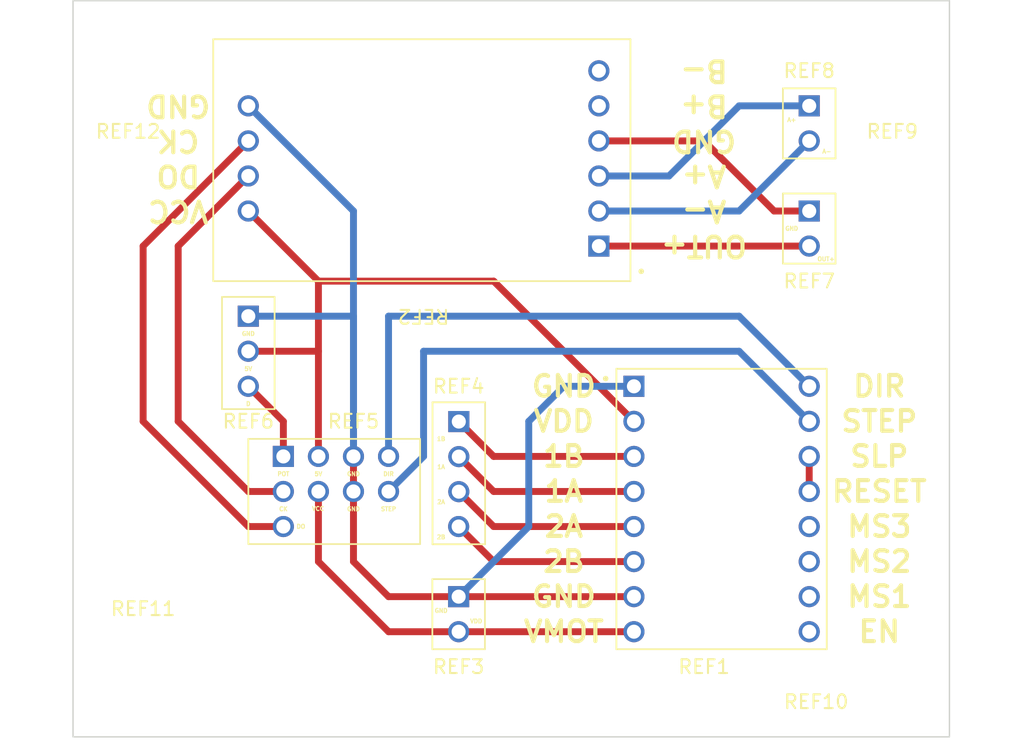
<source format=kicad_pcb>
(kicad_pcb (version 20211014) (generator pcbnew)
  (layers (0 "F.Cu" signal) (31 "B.Cu" signal) (34 "B.Paste" user) (35 "F.Paste" user) (36 "B.SilkS" user "B.Silkscreen") (37 "F.SilkS" user "F.Silkscreen") (38 "B.Mask" user) (39 "F.Mask" user) (44 "Edge.Cuts" user))
  (net 0 "")
  (footprint "A4988_STEPPER_MOTOR_DRIVER_CARRIER:MODULE_A4988_STEPPER_MOTOR_DRIVER_CARRIER" (layer "F.Cu") (at 140.97 102.87)
    (fp_text reference "REF1" (at -1.27 11.43) (layer "F.SilkS"))
    (fp_text value "Driver")
    (fp_line (start 7.62 10.16) (end -7.62 10.16) (layer "F.SilkS") (width 0.127))
    (fp_line (start 7.62 -10.16) (end 7.62 10.16) (layer "F.SilkS") (width 0.127))
    (fp_line (start -7.62 -10.16) (end 7.62 -10.16) (layer "F.SilkS") (width 0.127))
    (fp_line (start -7.62 10.16) (end -7.62 -10.16) (layer "F.SilkS") (width 0.127))
    (fp_circle (center -8.4 -9.45) (end -8.3 -9.45) (layer "F.SilkS") (width 0.2) (fill none))
    (pad "1" thru_hole rect (at -6.35 -8.89) (size 1.53 1.53) (drill 1.02) (layers *.Cu *.Mask))
    (pad "2" thru_hole circle (at -6.35 -6.35) (size 1.53 1.53) (drill 1.02) (layers *.Cu *.Mask))
    (pad "3" thru_hole circle (at -6.35 -3.81) (size 1.53 1.53) (drill 1.02) (layers *.Cu *.Mask))
    (pad "4" thru_hole circle (at -6.35 -1.27) (size 1.53 1.53) (drill 1.02) (layers *.Cu *.Mask))
    (pad "5" thru_hole circle (at -6.35 1.27) (size 1.53 1.53) (drill 1.02) (layers *.Cu *.Mask))
    (pad "6" thru_hole circle (at -6.35 3.81) (size 1.53 1.53) (drill 1.02) (layers *.Cu *.Mask))
    (pad "7" thru_hole circle (at -6.35 6.35) (size 1.53 1.53) (drill 1.02) (layers *.Cu *.Mask))
    (pad "8" thru_hole circle (at -6.35 8.89) (size 1.53 1.53) (drill 1.02) (layers *.Cu *.Mask))
    (pad "9" thru_hole circle (at 6.35 8.89) (size 1.53 1.53) (drill 1.02) (layers *.Cu *.Mask))
    (pad "10" thru_hole circle (at 6.35 6.35) (size 1.53 1.53) (drill 1.02) (layers *.Cu *.Mask))
    (pad "11" thru_hole circle (at 6.35 3.81) (size 1.53 1.53) (drill 1.02) (layers *.Cu *.Mask))
    (pad "12" thru_hole circle (at 6.35 1.27) (size 1.53 1.53) (drill 1.02) (layers *.Cu *.Mask))
    (pad "13" thru_hole circle (at 6.35 -1.27) (size 1.53 1.53) (drill 1.02) (layers *.Cu *.Mask))
    (pad "14" thru_hole circle (at 6.35 -3.81) (size 1.53 1.53) (drill 1.02) (layers *.Cu *.Mask))
    (pad "15" thru_hole circle (at 6.35 -6.35) (size 1.53 1.53) (drill 1.02) (layers *.Cu *.Mask))
    (pad "16" thru_hole circle (at 6.35 -8.89) (size 1.53 1.53) (drill 1.02) (layers *.Cu *.Mask))
  )
  (footprint "MountingHole:MountingHole_3.2mm_M3" (layer "F.Cu") (at 153.416 70.1548)
    (fp_text reference "REF9" (at -0.0762 5.3594) (layer "F.SilkS"))
    (fp_text value "MountingHole_3.2mm_M3")
    (pad "" np_thru_hole circle (at 0 0) (size 3.2 3.2) (drill 3.2) (layers *.Cu *.Mask))
  )
  (footprint "MountingHole:MountingHole_3.2mm_M3" (layer "F.Cu") (at 153.162 114.808)
    (fp_text reference "REF10" (at -5.334 2.032) (layer "F.SilkS"))
    (fp_text value "MountingHole_3.2mm_M3")
    (pad "" np_thru_hole circle (at 0 0) (size 3.2 3.2) (drill 3.2) (layers *.Cu *.Mask))
  )
  (footprint "A4988_STEPPER_MOTOR_DRIVER_CARRIER:Power_Pads" (layer "F.Cu") (at 147.32 76.2)
    (fp_text reference "REF8" (at 0 -5.08 unlocked) (layer "F.SilkS"))
    (fp_text value "Stress")
    (fp_line (start 1.905 1.27) (end -1.905 1.27) (layer "F.SilkS") (width 0.127))
    (fp_line (start -1.905 -3.81) (end 1.905 -3.81) (layer "F.SilkS") (width 0.127))
    (fp_line (start 1.905 -3.81) (end 1.905 1.27) (layer "F.SilkS") (width 0.127))
    (fp_line (start -1.905 1.27) (end -1.905 -3.81) (layer "F.SilkS") (width 0.127))
    (pad "1" thru_hole rect (at 0 -2.54) (size 1.53 1.53) (drill 1.02) (layers *.Cu *.Mask))
    (pad "2" thru_hole circle (at 0 0) (size 1.53 1.53) (drill 1.02) (layers *.Cu *.Mask))
  )
  (footprint "A4988_STEPPER_MOTOR_DRIVER_CARRIER:Power_Pads" (layer "F.Cu") (at 121.92 111.76)
    (fp_text reference "REF3" (at 0 2.54 unlocked) (layer "F.SilkS"))
    (fp_text value "Power")
    (fp_line (start 1.905 -3.81) (end 1.905 1.27) (layer "F.SilkS") (width 0.127))
    (fp_line (start 1.905 1.27) (end -1.905 1.27) (layer "F.SilkS") (width 0.127))
    (fp_line (start -1.905 1.27) (end -1.905 -3.81) (layer "F.SilkS") (width 0.127))
    (fp_line (start -1.905 -3.81) (end 1.905 -3.81) (layer "F.SilkS") (width 0.127))
    (pad "1" thru_hole rect (at 0 -2.54) (size 1.53 1.53) (drill 1.02) (layers *.Cu *.Mask))
    (pad "2" thru_hole circle (at 0 0) (size 1.53 1.53) (drill 1.02) (layers *.Cu *.Mask))
  )
  (footprint "MountingHole:MountingHole_3.2mm_M3" (layer "F.Cu") (at 99.06 114.3)
    (fp_text reference "REF11" (at 0 -4.2) (layer "F.SilkS"))
    (fp_text value "MountingHole_3.2mm_M3")
    (pad "" np_thru_hole circle (at 0 0) (size 3.2 3.2) (drill 3.2) (layers *.Cu *.Mask))
  )
  (footprint "A4988_STEPPER_MOTOR_DRIVER_CARRIER:4_Power_Pads" (layer "F.Cu") (at 114.311725 91.453794)
    (fp_text reference "REF4" (at 7.608275 2.526206 unlocked) (layer "F.SilkS"))
    (fp_text value "Motor")
    (fp_line (start 9.525 3.683) (end 9.525 13.97) (layer "F.SilkS") (width 0.127))
    (fp_line (start 5.715 13.97) (end 5.715 3.683) (layer "F.SilkS") (width 0.127))
    (fp_line (start 9.525 13.97) (end 5.715 13.97) (layer "F.SilkS") (width 0.127))
    (fp_line (start 5.715 3.683) (end 9.525 3.683) (layer "F.SilkS") (width 0.127))
    (pad "1" thru_hole rect (at 7.62 5.08) (size 1.53 1.53) (drill 1.02) (layers *.Cu *.Mask))
    (pad "2" thru_hole circle (at 7.62 7.62) (size 1.53 1.53) (drill 1.02) (layers *.Cu *.Mask))
    (pad "3" thru_hole circle (at 7.62 10.16) (size 1.53 1.53) (drill 1.02) (layers *.Cu *.Mask))
    (pad "4" thru_hole circle (at 7.608275 12.686206) (size 1.53 1.53) (drill 1.02) (layers *.Cu *.Mask))
  )
  (footprint "A4988_STEPPER_MOTOR_DRIVER_CARRIER:HX711" (layer "F.Cu") (at 137.16 78.74 180)
    (fp_text reference "REF2" (at 17.78 -10.16 180 unlocked) (layer "F.SilkS"))
    (fp_text value "HX711")
    (fp_line (start 2.794 9.906) (end 2.79 -7.62) (layer "F.SilkS") (width 0.127))
    (fp_line (start 33.02 9.906) (end 2.794 9.906) (layer "F.SilkS") (width 0.127))
    (fp_line (start 2.79 -7.62) (end 33.02 -7.62) (layer "F.SilkS") (width 0.127))
    (fp_line (start 33.02 -7.62) (end 33.02 9.906) (layer "F.SilkS") (width 0.127))
    (fp_circle (center 2.01 -6.91) (end 2.11 -6.91) (layer "F.SilkS") (width 0.2) (fill none))
    (pad "1" thru_hole rect (at 5.08 -5.08 180) (size 1.53 1.53) (drill 1.02) (layers *.Cu *.Mask))
    (pad "2" thru_hole circle (at 5.08 -2.54 180) (size 1.53 1.53) (drill 1.02) (layers *.Cu *.Mask))
    (pad "3" thru_hole circle (at 5.08 0 180) (size 1.53 1.53) (drill 1.02) (layers *.Cu *.Mask))
    (pad "4" thru_hole circle (at 5.08 2.54 180) (size 1.53 1.53) (drill 1.02) (layers *.Cu *.Mask))
    (pad "5" thru_hole circle (at 5.08 5.08 180) (size 1.53 1.53) (drill 1.02) (layers *.Cu *.Mask))
    (pad "6" thru_hole circle (at 5.08 7.62 180) (size 1.53 1.53) (drill 1.02) (layers *.Cu *.Mask))
    (pad "7" thru_hole circle (at 30.48 5.08 180) (size 1.53 1.53) (drill 1.02) (layers *.Cu *.Mask))
    (pad "8" thru_hole circle (at 30.48 2.54 180) (size 1.53 1.53) (drill 1.02) (layers *.Cu *.Mask))
    (pad "9" thru_hole circle (at 30.48 0 180) (size 1.53 1.53) (drill 1.02) (layers *.Cu *.Mask))
    (pad "10" thru_hole circle (at 30.48 -2.54 180) (size 1.53 1.53) (drill 1.02) (layers *.Cu *.Mask))
  )
  (footprint "MountingHole:MountingHole_3.2mm_M3" (layer "F.Cu") (at 98.171 70.104)
    (fp_text reference "REF12" (at -0.2032 5.4102) (layer "F.SilkS"))
    (fp_text value "MountingHole_3.2mm_M3")
    (pad "" np_thru_hole circle (at 0 0) (size 3.2 3.2) (drill 3.2) (layers *.Cu *.Mask))
  )
  (footprint "A4988_STEPPER_MOTOR_DRIVER_CARRIER:3_Pin" (layer "F.Cu") (at 106.68 88.9)
    (fp_text reference "REF6" (at 0 7.62 unlocked) (layer "F.SilkS"))
    (fp_text value "3_Pin")
    (fp_line (start 1.905 -1.397) (end 1.905 6.731) (layer "F.SilkS") (width 0.127))
    (fp_line (start 1.905 6.731) (end -1.905 6.731) (layer "F.SilkS") (width 0.127))
    (fp_line (start -1.905 -1.397) (end 1.905 -1.397) (layer "F.SilkS") (width 0.127))
    (fp_line (start -1.905 6.731) (end -1.905 -1.397) (layer "F.SilkS") (width 0.127))
    (pad "1" thru_hole rect (at 0 0) (size 1.53 1.53) (drill 1.02) (layers *.Cu *.Mask))
    (pad "2" thru_hole circle (at 0 2.54) (size 1.53 1.53) (drill 1.02) (layers *.Cu *.Mask))
    (pad "3" thru_hole circle (at 0 5.08) (size 1.53 1.53) (drill 1.02) (layers *.Cu *.Mask))
  )
  (footprint "A4988_STEPPER_MOTOR_DRIVER_CARRIER:Arduino_Portds" (layer "F.Cu") (at 111.76 99.06)
    (fp_text reference "REF5" (at 2.54 -2.54 unlocked) (layer "F.SilkS"))
    (fp_text value "Arduino_Ports")
    (fp_line (start 7.366 6.35) (end -5.076 6.35) (layer "F.SilkS") (width 0.127))
    (fp_line (start -5.076 6.35) (end -5.08 -1.27) (layer "F.SilkS") (width 0.127))
    (fp_line (start 7.366 -1.27) (end 7.366 6.35) (layer "F.SilkS") (width 0.127))
    (fp_line (start -5.08 -1.27) (end 7.366 -1.27) (layer "F.SilkS") (width 0.127))
    (pad "1" thru_hole rect (at -2.54 0) (size 1.53 1.53) (drill 1.02) (layers *.Cu *.Mask))
    (pad "2" thru_hole circle (at 0 0) (size 1.53 1.53) (drill 1.02) (layers *.Cu *.Mask))
    (pad "3" thru_hole circle (at 2.54 0) (size 1.53 1.53) (drill 1.02) (layers *.Cu *.Mask))
    (pad "4" thru_hole circle (at 5.08 0) (size 1.53 1.53) (drill 1.02) (layers *.Cu *.Mask))
    (pad "5" thru_hole circle (at -2.54 2.54) (size 1.53 1.53) (drill 1.02) (layers *.Cu *.Mask))
    (pad "6" thru_hole circle (at 0 2.54) (size 1.53 1.53) (drill 1.02) (layers *.Cu *.Mask))
    (pad "7" thru_hole circle (at 2.54 2.54) (size 1.53 1.53) (drill 1.02) (layers *.Cu *.Mask))
    (pad "8" thru_hole circle (at 5.08 2.54) (size 1.53 1.53) (drill 1.02) (layers *.Cu *.Mask))
    (pad "9" thru_hole circle (at -2.54 5.08) (size 1.53 1.53) (drill 1.02) (layers *.Cu *.Mask))
  )
  (footprint "A4988_STEPPER_MOTOR_DRIVER_CARRIER:Power_Pads" (layer "F.Cu") (at 147.32 83.82)
    (fp_text reference "REF7" (at 0 2.54 unlocked) (layer "F.SilkS"))
    (fp_text value "Stress")
    (fp_line (start 1.905 -3.81) (end 1.905 1.27) (layer "F.SilkS") (width 0.127))
    (fp_line (start -1.905 1.27) (end -1.905 -3.81) (layer "F.SilkS") (width 0.127))
    (fp_line (start 1.905 1.27) (end -1.905 1.27) (layer "F.SilkS") (width 0.127))
    (fp_line (start -1.905 -3.81) (end 1.905 -3.81) (layer "F.SilkS") (width 0.127))
    (pad "1" thru_hole rect (at 0 -2.54) (size 1.53 1.53) (drill 1.02) (layers *.Cu *.Mask))
    (pad "2" thru_hole circle (at 0 0) (size 1.53 1.53) (drill 1.02) (layers *.Cu *.Mask))
  )
  (gr_rect (start 93.98 66.04) (end 157.48 119.38) (layer "Edge.Cuts") (width 0.1) (fill none))
  (gr_text "VDD\n" (at 129.54 96.52) (layer "F.SilkS") (effects (font (size 1.5 1.5) (thickness 0.3))))
  (gr_text "5V" (at 106.68 92.71) (layer "F.SilkS") (effects (font (size 0.3 0.3) (thickness 0.075))))
  (gr_text "STEP\n" (at 116.84 102.87) (layer "F.SilkS") (effects (font (size 0.3 0.3) (thickness 0.075))))
  (gr_text "GND" (at 146.05 82.55) (layer "F.SilkS") (effects (font (size 0.3 0.3) (thickness 0.075))))
  (gr_text "GND" (at 129.54 109.22) (layer "F.SilkS") (effects (font (size 1.5 1.5) (thickness 0.3))))
  (gr_text "MS2" (at 152.4 106.68) (layer "F.SilkS") (effects (font (size 1.5 1.5) (thickness 0.3))))
  (gr_text "EN" (at 152.4 111.76) (layer "F.SilkS") (effects (font (size 1.5 1.5) (thickness 0.3))))
  (gr_text "GND" (at 139.7 76.2 180) (layer "F.SilkS") (effects (font (size 1.5 1.5) (thickness 0.3))))
  (gr_text "VMOT" (at 129.54 111.76) (layer "F.SilkS") (effects (font (size 1.5 1.5) (thickness 0.3))))
  (gr_text "1A" (at 129.54 101.6) (layer "F.SilkS") (effects (font (size 1.5 1.5) (thickness 0.3))))
  (gr_text "GND" (at 120.65 110.236) (layer "F.SilkS") (effects (font (size 0.3 0.3) (thickness 0.075))))
  (gr_text "GND\n" (at 129.54 93.98) (layer "F.SilkS") (effects (font (size 1.5 1.5) (thickness 0.3))))
  (gr_text "SLP" (at 152.4 99.06) (layer "F.SilkS") (effects (font (size 1.5 1.5) (thickness 0.3))))
  (gr_text "POT" (at 109.22 100.33) (layer "F.SilkS") (effects (font (size 0.3 0.3) (thickness 0.075))))
  (gr_text "VCC" (at 111.72964 102.8488) (layer "F.SilkS") (effects (font (size 0.3 0.3) (thickness 0.075))))
  (gr_text "A+\n" (at 139.7 78.74 180) (layer "F.SilkS") (effects (font (size 1.5 1.5) (thickness 0.3))))
  (gr_text "STEP" (at 152.4 96.52) (layer "F.SilkS") (effects (font (size 1.5 1.5) (thickness 0.3))))
  (gr_text "CK" (at 109.22 102.87) (layer "F.SilkS") (effects (font (size 0.3 0.3) (thickness 0.075))))
  (gr_text "2A" (at 129.54 104.14) (layer "F.SilkS") (effects (font (size 1.5 1.5) (thickness 0.3))))
  (gr_text "A+" (at 146.05 74.676) (layer "F.SilkS") (effects (font (size 0.3 0.3) (thickness 0.075))))
  (gr_text "VCC" (at 101.6 81.28 180) (layer "F.SilkS") (effects (font (size 1.5 1.5) (thickness 0.3))))
  (gr_text "1B" (at 129.54 99.06) (layer "F.SilkS") (effects (font (size 1.5 1.5) (thickness 0.3))))
  (gr_text "CK" (at 101.6 76.2 180) (layer "F.SilkS") (effects (font (size 1.5 1.5) (thickness 0.3))))
  (gr_text "DIR\n" (at 152.4 93.98) (layer "F.SilkS") (effects (font (size 1.5 1.5) (thickness 0.3))))
  (gr_text "MS1" (at 152.4 109.22) (layer "F.SilkS") (effects (font (size 1.5 1.5) (thickness 0.3))))
  (gr_text "RESET" (at 152.4 101.6) (layer "F.SilkS") (effects (font (size 1.5 1.5) (thickness 0.3))))
  (gr_text "DIR\n" (at 116.84 100.33) (layer "F.SilkS") (effects (font (size 0.3 0.3) (thickness 0.075))))
  (gr_text "B-" (at 139.7 71.12 180) (layer "F.SilkS") (effects (font (size 1.5 1.5) (thickness 0.3))))
  (gr_text "GND" (at 114.3 100.33) (layer "F.SilkS") (effects (font (size 0.3 0.3) (thickness 0.075))))
  (gr_text "B+" (at 139.7 73.66 180) (layer "F.SilkS") (effects (font (size 1.5 1.5) (thickness 0.3))))
  (gr_text "DO" (at 101.6 78.74 180) (layer "F.SilkS") (effects (font (size 1.5 1.5) (thickness 0.3))))
  (gr_text "A-" (at 139.7 81.28 180) (layer "F.SilkS") (effects (font (size 1.5 1.5) (thickness 0.3))))
  (gr_text "GND" (at 101.6 73.66 180) (layer "F.SilkS") (effects (font (size 1.5 1.5) (thickness 0.3))))
  (gr_text "2A" (at 120.65 102.362) (layer "F.SilkS") (effects (font (size 0.3 0.3) (thickness 0.075))))
  (gr_text "2B" (at 120.65 104.902) (layer "F.SilkS") (effects (font (size 0.3 0.3) (thickness 0.075))))
  (gr_text "GND" (at 114.3 102.87) (layer "F.SilkS") (effects (font (size 0.3 0.3) (thickness 0.075))))
  (gr_text "GND" (at 106.68 90.17) (layer "F.SilkS") (effects (font (size 0.3 0.3) (thickness 0.075))))
  (gr_text "MS3\n" (at 152.4 104.14) (layer "F.SilkS") (effects (font (size 1.5 1.5) (thickness 0.3))))
  (gr_text "VDD" (at 123.19 110.998) (layer "F.SilkS") (effects (font (size 0.3 0.3) (thickness 0.075))))
  (gr_text "5V" (at 111.759359 100.329999) (layer "F.SilkS") (effects (font (size 0.3 0.3) (thickness 0.075))))
  (gr_text "1A" (at 120.65 99.822) (layer "F.SilkS") (effects (font (size 0.3 0.3) (thickness 0.075))))
  (gr_text "DO" (at 110.49 104.14) (layer "F.SilkS") (effects (font (size 0.3 0.3) (thickness 0.075))))
  (gr_text "A-" (at 148.59 76.962) (layer "F.SilkS") (effects (font (size 0.3 0.3) (thickness 0.075))))
  (gr_text "OUT+" (at 148.5392 84.7598) (layer "F.SilkS") (effects (font (size 0.3 0.3) (thickness 0.075))))
  (gr_text "2B" (at 129.54 106.68) (layer "F.SilkS") (effects (font (size 1.5 1.5) (thickness 0.3))))
  (gr_text "1B" (at 120.65 97.79) (layer "F.SilkS") (effects (font (size 0.3 0.3) (thickness 0.075))))
  (gr_text "D" (at 106.68 95.25) (layer "F.SilkS") (effects (font (size 0.3 0.3) (thickness 0.075))))
  (gr_text "OUT+\n" (at 139.7 83.82 180) (layer "F.SilkS") (effects (font (size 1.5 1.5) (thickness 0.3))))
  (segment (start 109.22 96.52) (end 106.68 93.98) (width 0.5) (layer "F.Cu") (net 0))
  (segment (start 99.06 83.82) (end 99.06 96.52) (width 0.5) (layer "F.Cu") (net 0))
  (segment (start 106.68 91.44) (end 111.76 91.44) (width 0.5) (layer "F.Cu") (net 0))
  (segment (start 134.62 109.22) (end 121.92 109.22) (width 0.5) (layer "F.Cu") (net 0))
  (segment (start 124.457931 99.06) (end 121.931725 96.533794) (width 0.5) (layer "F.Cu") (net 0))
  (segment (start 134.62 96.52) (end 124.46 86.36) (width 0.5) (layer "F.Cu") (net 0))
  (segment (start 106.68 78.74) (end 101.6 83.82) (width 0.5) (layer "F.Cu") (net 0))
  (segment (start 106.68 104.14) (end 109.22 104.14) (width 0.5) (layer "F.Cu") (net 0))
  (segment (start 111.76 86.36) (end 111.76 99.06) (width 0.5) (layer "F.Cu") (net 0))
  (segment (start 101.6 96.52) (end 106.68 101.6) (width 0.5) (layer "F.Cu") (net 0))
  (segment (start 134.62 101.6) (end 124.457931 101.6) (width 0.5) (layer "F.Cu") (net 0))
  (segment (start 106.68 76.2) (end 99.06 83.82) (width 0.5) (layer "F.Cu") (net 0))
  (segment (start 114.3 101.6) (end 114.3 106.68) (width 0.5) (layer "F.Cu") (net 0))
  (segment (start 116.84 109.22) (end 121.92 109.22) (width 0.5) (layer "F.Cu") (net 0))
  (segment (start 114.3 99.06) (end 114.3 101.6) (width 0.5) (layer "F.Cu") (net 0))
  (segment (start 109.22 99.06) (end 109.22 96.52) (width 0.5) (layer "F.Cu") (net 0))
  (segment (start 101.6 83.82) (end 101.6 96.52) (width 0.5) (layer "F.Cu") (net 0))
  (segment (start 99.06 96.52) (end 106.68 104.14) (width 0.5) (layer "F.Cu") (net 0))
  (segment (start 144.78 81.28) (end 147.32 81.28) (width 0.5) (layer "F.Cu") (net 0))
  (segment (start 134.62 99.06) (end 124.457931 99.06) (width 0.5) (layer "F.Cu") (net 0))
  (segment (start 124.457931 101.6) (end 121.931725 99.073794) (width 0.5) (layer "F.Cu") (net 0))
  (segment (start 114.3 106.68) (end 116.84 109.22) (width 0.5) (layer "F.Cu") (net 0))
  (segment (start 124.457931 104.14) (end 121.931725 101.613794) (width 0.5) (layer "F.Cu") (net 0))
  (segment (start 124.46 86.36) (end 111.76 86.36) (width 0.5) (layer "F.Cu") (net 0))
  (segment (start 121.92 111.76) (end 134.62 111.76) (width 0.5) (layer "F.Cu") (net 0))
  (segment (start 111.76 106.68) (end 116.84 111.76) (width 0.5) (layer "F.Cu") (net 0))
  (segment (start 139.7 76.2) (end 144.78 81.28) (width 0.5) (layer "F.Cu") (net 0))
  (segment (start 106.68 101.6) (end 109.22 101.6) (width 0.5) (layer "F.Cu") (net 0))
  (segment (start 132.08 83.82) (end 147.32 83.82) (width 0.5) (layer "F.Cu") (net 0))
  (segment (start 116.84 111.76) (end 121.92 111.76) (width 0.5) (layer "F.Cu") (net 0))
  (segment (start 124.46 106.68) (end 121.92 104.14) (width 0.5) (layer "F.Cu") (net 0))
  (segment (start 134.62 106.68) (end 124.46 106.68) (width 0.5) (layer "F.Cu") (net 0))
  (segment (start 147.32 99.06) (end 147.32 101.6) (width 0.5) (layer "F.Cu") (net 0))
  (segment (start 111.76 101.6) (end 111.76 106.68) (width 0.5) (layer "F.Cu") (net 0))
  (segment (start 106.68 81.28) (end 111.76 86.36) (width 0.5) (layer "F.Cu") (net 0))
  (segment (start 134.62 104.14) (end 124.457931 104.14) (width 0.5) (layer "F.Cu") (net 0))
  (segment (start 132.08 76.2) (end 139.7 76.2) (width 0.5) (layer "F.Cu") (net 0))
  (segment (start 116.84 88.9) (end 116.84 99.06) (width 0.5) (layer "B.Cu") (net 0))
  (segment (start 147.32 76.2) (end 142.24 81.28) (width 0.5) (layer "B.Cu") (net 0))
  (segment (start 114.3 88.9) (end 114.3 99.06) (width 0.5) (layer "B.Cu") (net 0))
  (segment (start 134.62 93.98) (end 129.54 93.98) (width 0.5) (layer "B.Cu") (net 0))
  (segment (start 142.24 88.9) (end 116.84 88.9) (width 0.5) (layer "B.Cu") (net 0))
  (segment (start 119.38 99.06) (end 116.84 101.6) (width 0.5) (layer "B.Cu") (net 0))
  (segment (start 142.24 91.44) (end 119.38 91.44) (width 0.5) (layer "B.Cu") (net 0))
  (segment (start 127 104.14) (end 121.92 109.22) (width 0.5) (layer "B.Cu") (net 0))
  (segment (start 147.32 93.98) (end 142.24 88.9) (width 0.5) (layer "B.Cu") (net 0))
  (segment (start 119.38 91.44) (end 119.38 99.06) (width 0.5) (layer "B.Cu") (net 0))
  (segment (start 147.32 96.52) (end 142.24 91.44) (width 0.5) (layer "B.Cu") (net 0))
  (segment (start 142.24 81.28) (end 132.08 81.28) (width 0.5) (layer "B.Cu") (net 0))
  (segment (start 137.16 78.74) (end 142.24 73.66) (width 0.5) (layer "B.Cu") (net 0))
  (segment (start 106.68 88.9) (end 114.3 88.9) (width 0.5) (layer "B.Cu") (net 0))
  (segment (start 132.08 78.74) (end 137.16 78.74) (width 0.5) (layer "B.Cu") (net 0))
  (segment (start 142.24 73.66) (end 147.32 73.66) (width 0.5) (layer "B.Cu") (net 0))
  (segment (start 129.54 93.98) (end 127 96.52) (width 0.5) (layer "B.Cu") (net 0))
  (segment (start 127 96.52) (end 127 104.14) (width 0.5) (layer "B.Cu") (net 0))
  (segment (start 114.3 81.28) (end 114.3 99.06) (width 0.5) (layer "B.Cu") (net 0))
  (segment (start 106.68 73.66) (end 114.3 81.28) (width 0.5) (layer "B.Cu") (net 0))
)
</source>
